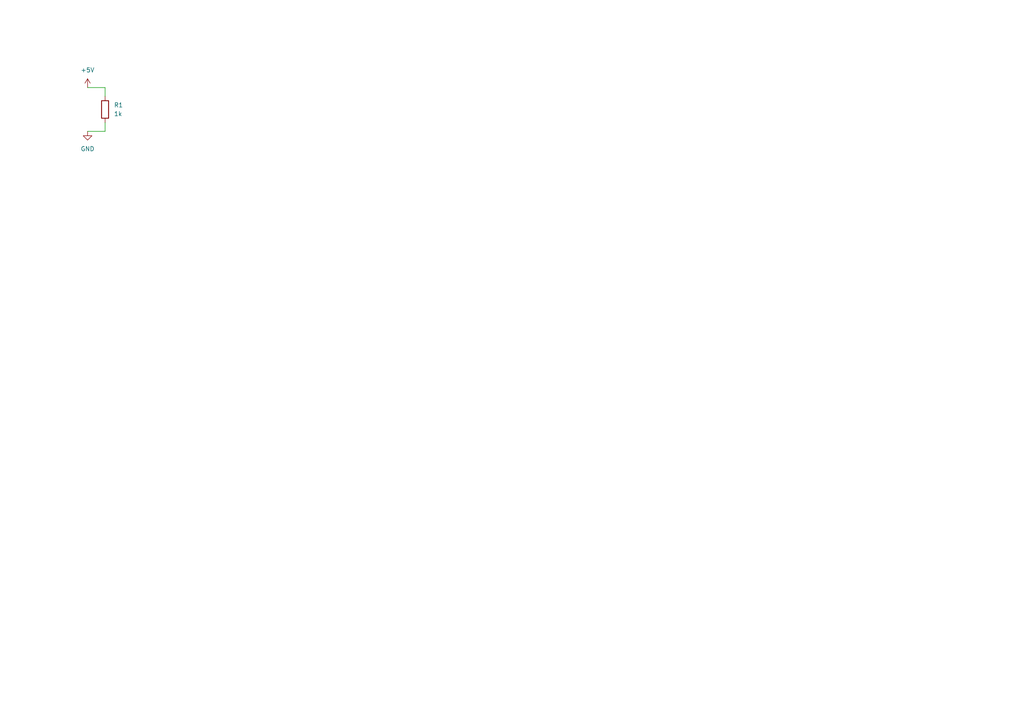
<source format=kicad_sch>
(kicad_sch (version 20250114) (generator "eeschema") (generator_version "9.0")
  (paper "A4")
  (lib_symbols
    (symbol "Device:R" (pin_numbers (hide yes)) (pin_names (offset 0))
      (property "Reference" "R" (at 2.032 0 90))
      (property "Value" "R" (at 0 0 90))
      (symbol "R_0_1"
        (rectangle (start -1.016 -2.54) (end 1.016 2.54) (stroke (width 0.254)))
      )
      (symbol "R_1_1"
        (pin passive line (at 0 3.81 270) (length 1.27) (name "~") (number "1"))
        (pin passive line (at 0 -3.81 90) (length 1.27) (name "~") (number "2"))
      )
    )
    (symbol "power:+5V" (power) (pin_names (offset 0))
      (property "Value" "+5V" (at 0 3.556 0))
      (symbol "+5V_0_1"
        (polyline (pts (xy -0.762 1.27) (xy 0 2.54)))
        (polyline (pts (xy 0 2.54) (xy 0.762 1.27)))
        (polyline (pts (xy 0 0) (xy 0 2.54)))
      )
      (symbol "+5V_1_1"
        (pin power_in line (at 0 0 90) (length 0) (hide yes) (name "+5V") (number "1"))
      )
    )
    (symbol "power:GND" (power) (pin_names (offset 0))
      (property "Value" "GND" (at 0 -3.81 0))
      (symbol "GND_0_1"
        (polyline (pts (xy 0 0) (xy 0 -1.27) (xy 1.27 -1.27) (xy 0 -2.54) (xy -1.27 -1.27) (xy 0 -1.27)))
      )
      (symbol "GND_1_1"
        (pin power_in line (at 0 0 270) (length 0) (hide yes) (name "GND") (number "1"))
      )
    )
  )
  (wire (pts (xy 25.4 38.1) (xy 30.48 38.1)))
  (wire (pts (xy 25.4 25.4) (xy 30.48 25.4)))
  (wire (pts (xy 30.48 35.56) (xy 30.48 38.1)))
  (wire (pts (xy 30.48 25.4) (xy 30.48 27.94)))
  (symbol (lib_id "power:+5V") (at 25.4 25.4 0) (unit 1)
    (property "Reference" "#PWR02" (effects (hide yes)))
    (property "Value" "+5V" (at 25.4 20.32 0))
  )
  (symbol (lib_id "power:GND") (at 25.4 38.1 0) (unit 1)
    (property "Reference" "#PWR01" (effects (hide yes)))
    (property "Value" "GND" (at 25.4 43.18 0))
  )
  (symbol (lib_id "Device:R") (at 30.48 31.75 0) (unit 1)
    (property "Reference" "R1" (at 33.02 30.48 0) (effects (justify left)))
    (property "Value" "1k" (at 33.02 33.02 0) (effects (justify left)))
    (property "Footprint" "Resistor_THT:R_Axial_DIN0204_L3.6mm_D1.6mm_P2.54mm_Vertical" (effects (hide yes)))
  )
)
</source>
